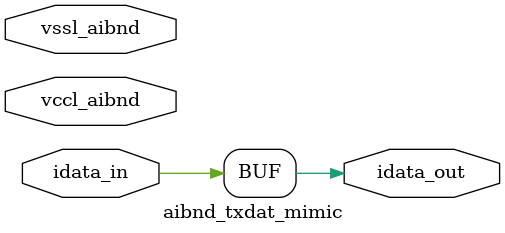
<source format=v>
module aibnd_txdat_mimic (
	input wire vccl_aibnd,
	input wire vssl_aibnd,
	input wire idata_in,
	output wire idata_out
);

assign idata_out = idata_in;

endmodule

</source>
